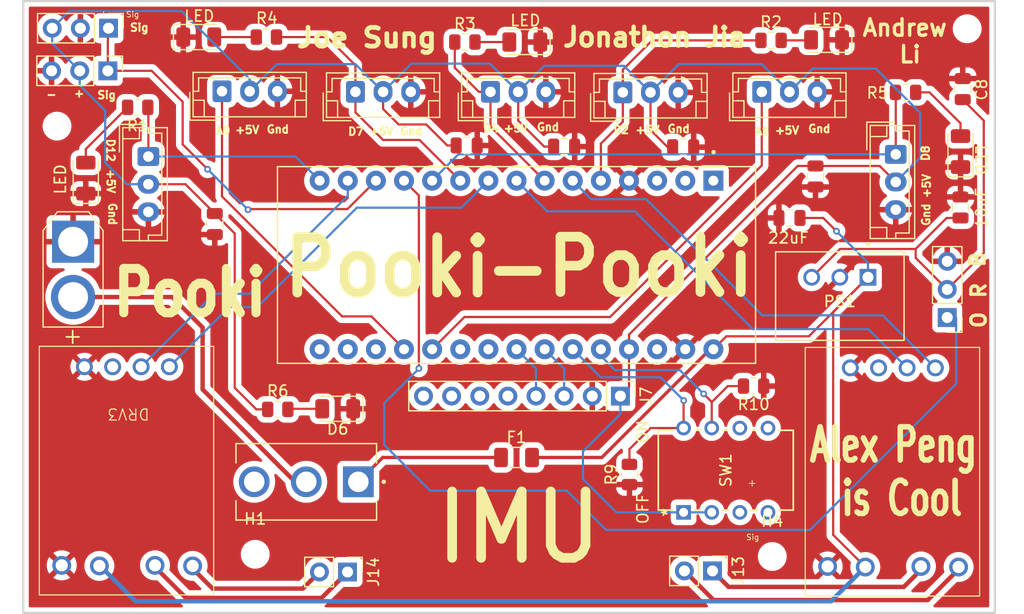
<source format=kicad_pcb>
(kicad_pcb (version 20240108) (generator "pcbnew") (generator_version "8.0")
  (layers (0 "F.Cu" signal) (31 "B.Cu" signal) (34 "B.Paste" user) (35 "F.Paste" user) (36 "B.SilkS" user "B.Silkscreen") (37 "F.SilkS" user "F.Silkscreen") (38 "B.Mask" user) (39 "F.Mask" user) (44 "Edge.Cuts" user))
  (net 0 "")
  (net 1 "GND")
  (net 2 "+5V")
  (net 3 "5v")
  (net 4 "+12V")
  (net 5 "+3.3V")
  (net 6 "Net-(D1-A)")
  (net 7 "Net-(D2-A)")
  (net 8 "Net-(D3-A)")
  (net 9 "Net-(D4-A)")
  (net 10 "Net-(D5-A)")
  (net 11 "Net-(D6-A)")
  (net 12 "Net-(SW2A-A)")
  (net 13 "S1")
  (net 14 "S3")
  (net 15 "S2")
  (net 16 "S5")
  (net 17 "S4")
  (net 18 "ST")
  (net 21 "SDA")
  (net 24 "Servo")
  (net 25 "Net-(J12-Pin_2)")
  (net 26 "DIP1")
  (net 27 "DIP2")
  (net 29 "SCL")
  (net 31 "MOTOR1B")
  (net 33 "MOTOR2A")
  (net 35 "LN1")
  (net 36 "MOTOR1A")
  (net 38 "LN2")
  (net 42 "MOTOR2B")
  (net 44 "Net-(DRV1-Out2)")
  (net 45 "Net-(DRV1-Out1)")
  (net 46 "Net-(DRV3-Out1)")
  (net 47 "Net-(DRV3-Out2)")
  (footprint "Connector_PinHeader_2.54mm:PinHeader_1x08_P2.54mm_Vertical" (layer "F.Cu") (at 160.78 98.8 -90)
    (property "Reference" "J7")
    (property "Value" "Conn_01x08_Pin" (hide yes))
  )
  (footprint "ZSKIBIDI:drvmotordriver" (layer "F.Cu") (at 185.825 104.075 180)
    (property "Reference" "DRV1" (hide yes))
    (property "Value" "~" (hide yes))
  )
  (footprint "Connector_JST:JST_EH_B3B-EH-A_1x03_P2.50mm_Vertical" (layer "F.Cu") (at 173.55 71.3)
    (property "Reference" "J11" (hide yes))
    (property "Value" "Screw3")
  )
  (footprint "LED_SMD:LED_1206_3216Metric" (layer "F.Cu") (at 112.5 79.1 90)
    (property "Reference" "D1" (hide yes))
    (property "Value" "LED")
  )
  (footprint "Capacitor_SMD:C_0805_2012Metric" (layer "F.Cu") (at 176.05 82.7 180)
    (property "Reference" "C9" (hide yes))
    (property "Value" "22uF")
  )
  (footprint "Connector_PinHeader_2.54mm:PinHeader_1x02_P2.54mm_Vertical" (layer "F.Cu") (at 136.14 114.7 -90)
    (property "Reference" "J14")
    (property "Value" "Screw_Terminal_01x02" (hide yes))
  )
  (footprint "Connector_PinHeader_2.54mm:PinHeader_1x03_P2.54mm_Vertical" (layer "F.Cu") (at 114.49 69.4 -90)
    (property "Reference" "J6" (hide yes))
    (property "Value" "Conn_01x03_Pin" (hide yes))
  )
  (footprint "Connector_PinHeader_2.54mm:PinHeader_1x03_P2.54mm_Vertical" (layer "F.Cu") (at 114.55 65.55 -90)
    (property "Reference" "J10" (hide yes))
    (property "Value" "Conn_01x03_Pin")
  )
  (footprint "LED_SMD:LED_1206_3216Metric" (layer "F.Cu") (at 122.7 66.35)
    (property "Reference" "D4" (hide yes))
    (property "Value" "LED")
  )
  (footprint "Capacitor_SMD:C_0805_2012Metric" (layer "F.Cu") (at 155.7 76.25)
    (property "Reference" "C3" (hide yes))
    (property "Value" "0.1uF")
  )
  (footprint "Connector_JST:JST_EH_B3B-EH-A_1x03_P2.50mm_Vertical" (layer "F.Cu") (at 136.85 71.3)
    (property "Reference" "J2" (hide yes))
    (property "Value" "Screw3")
  )
  (footprint "ZSKIBIDI:drvmotordriver" (layer "F.Cu") (at 116.9 98.5 180)
    (property "Reference" "DRV3")
    (property "Value" "~")
  )
  (footprint "LED_SMD:LED_1206_3216Metric" (layer "F.Cu") (at 191.5 76.7 90)
    (property "Reference" "D5" (hide yes))
    (property "Value" "LED" (hide yes))
  )
  (footprint "Connector_JST:JST_EH_B3B-EH-A_1x03_P2.50mm_Vertical" (layer "F.Cu") (at 185.65 76.95 -90)
    (property "Reference" "J5" (hide yes))
    (property "Value" "Screw3")
  )
  (footprint "Resistor_SMD:R_0805_2012Metric" (layer "F.Cu") (at 117.1875 72.7 180)
    (property "Reference" "R1")
    (property "Value" "180")
  )
  (footprint "MountingHole:MountingHole_2.1mm" (layer "F.Cu") (at 127.8 113.1)
    (property "Reference" "H1")
    (property "Value" "MountingHole")
  )
  (footprint "Connector_AMASS:AMASS_XT30U-F_1x02_P5.0mm_Vertical" (layer "F.Cu") (at 111.35 84.85 -90)
    (property "Reference" "J12" (hide yes))
    (property "Value" "xt30")
  )
  (footprint "ZSKIBIDI:DIP8_210-4_CTS[1]" (layer "F.Cu") (at 166.49 109.31 90)
    (property "Reference" "SW1")
    (property "Value" "SW_DIP_x04")
  )
  (footprint "Connector_JST:JST_EH_B3B-EH-A_1x03_P2.50mm_Vertical" (layer "F.Cu") (at 124.8 71.25)
    (property "Reference" "J9" (hide yes))
    (property "Value" "Screw3")
  )
  (footprint "Connector_PinHeader_2.54mm:PinHeader_1x02_P2.54mm_Vertical" (layer "F.Cu") (at 169.1 114.6 -90)
    (property "Reference" "J13")
    (property "Value" "Screw_Terminal_01x02" (hide yes))
  )
  (footprint "Resistor_SMD:R_0805_2012Metric" (layer "F.Cu") (at 186.5375 71.35)
    (property "Reference" "R5")
    (property "Value" "180")
  )
  (footprint "LED_SMD:LED_1206_3216Metric" (layer "F.Cu") (at 179.4 66.6 180)
    (property "Reference" "D2" (hide yes))
    (property "Value" "LED" (hide yes))
  )
  (footprint "Connector_JST:JST_EH_B3B-EH-A_1x03_P2.50mm_Vertical" (layer "F.Cu") (at 118.15 77.15 -90)
    (property "Reference" "J4" (hide yes))
    (property "Value" "Screw3" (hide yes))
  )
  (footprint "MountingHole:MountingHole_2.1mm" (layer "F.Cu") (at 109.9 74.4)
    (property "Reference" "H2" (hide yes))
    (property "Value" "MountingHole")
  )
  (footprint "Capacitor_SMD:C_0805_2012Metric" (layer "F.Cu") (at 178.4 78.95 -90)
    (property "Reference" "C7" (hide yes))
    (property "Value" "0.1uF")
  )
  (footprint "ZSKIBIDI:switch" (layer "F.Cu") (at 132.4125 106.55 180)
    (property "Reference" "SW2" (hide yes))
    (property "Value" "SW_DPDT_x2" (hide yes))
  )
  (footprint "Capacitor_SMD:C_0805_2012Metric" (layer "F.Cu") (at 146.9 76.15)
    (property "Reference" "C2" (hide yes))
    (property "Value" "0.1uF")
  )
  (footprint "LED_SMD:LED_1206_3216Metric" (layer "F.Cu") (at 152.15 66.8 180)
    (property "Reference" "D3" (hide yes))
    (property "Value" "LED" (hide yes))
  )
  (footprint "Fuse:Fuse_1206_3216Metric" (layer "F.Cu") (at 151.4 104.35)
    (property "Reference" "F1")
    (property "Value" "Fuse")
  )
  (footprint "Capacitor_SMD:C_0805_2012Metric" (layer "F.Cu") (at 191.5 81.75 90)
    (property "Reference" "C10" (hide yes))
    (property "Value" "10uF")
  )
  (footprint "Connector_JST:JST_EH_B3B-EH-A_1x03_P2.50mm_Vertical" (layer "F.Cu") (at 149.05 71.3)
    (property "Reference" "J3" (hide yes))
    (property "Value" "Screw3")
  )
  (footprint "Resistor_SMD:R_0805_2012Metric" (layer "F.Cu") (at 174.3875 66.65)
    (property "Reference" "R2")
    (property "Value" "180")
  )
  (footprint "Resistor_SMD:R_0805_2012Metric" (layer "F.Cu") (at 146.7375 66.8)
    (property "Reference" "R3")
    (property "Value" "180")
  )
  (footprint "LED_SMD:LED_1206_3216Metric" (layer "F.Cu") (at 135.25 99.95 180)
    (property "Reference" "D6")
    (property "Value" "LED")
  )
  (footprint "ZSKIBIDI:SHIELD_ARDUINO_NANO[1]" (layer "F.Cu") (at 151.4 86.95 -90)
    (property "Reference" "TB1" (hide yes))
    (property "Value" "ARDUINO_NANO" (hide yes))
  )
  (footprint "Resistor_SMD:R_0805_2012Metric" (layer "F.Cu") (at 129.8375 100)
    (property "Reference" "R6")
    (property "Value" "180")
  )
  (footprint "Connector_JST:JST_EH_B3B-EH-A_1x03_P2.50mm_Vertical" (layer "F.Cu") (at 161 71.35)
    (property "Reference" "J1" (hide yes))
    (property "Value" "Screw3")
  )
  (footprint "MountingHole:MountingHole_2.1mm" (layer "F.Cu") (at 192.1 65.6)
    (property "Reference" "H3" (hide yes))
    (property "Value" "MountingHole")
  )
  (footprint "Connector_PinHeader_2.54mm:PinHeader_1x03_P2.54mm_Vertical" (layer "F.Cu") (at 190.3 91.7 180)
    (property "Reference" "J8" (hide yes))
    (property "Value" "Conn_01x03_Pin" (hide yes))
  )
  (footprint "Capacitor_SMD:C_0805_2012Metric" (layer "F.Cu") (at 166.45 76.3)
    (property "Reference" "C4" (hide yes))
    (property "Value" "0.1uF")
  )
  (footprint "Resistor_SMD:R_0805_2012Metric" (layer "F.Cu") (at 161.6 105.8875 90)
    (property "Reference" "R9")
    (property "Value" "1k")
  )
  (footprint "Capacitor_SMD:C_0805_2012Metric" (layer "F.Cu") (at 191.7 71.05 90)
    (property "Reference" "C8")
    (property "Value" "0.1uF")
  )
  (footprint "Resistor_SMD:R_0805_2012Metric" (layer "F.Cu") (at 128.8125 66.35 180)
    (property "Reference" "R4" (hide yes))
    (property "Value" "180" (hide yes))
  )
  (footprint "ZSKIBIDI:5vCOnv" (layer "F.Cu") (at 180.6 88.0625 180)
    (property "Reference" "PS1")
    (property "Value" "P78E05-1000")
  )
  (footprint "MountingHole:MountingHole_2.1mm" (layer "F.Cu") (at 174.5 113.3)
    (property "Reference" "H4")
    (property "Value" "MountingHole")
  )
  (footprint "Capacitor_SMD:C_0805_2012Metric" (layer "F.Cu") (at 124.15 83.25 -90)
    (property "Reference" "C6" (hide yes))
    (property "Value" "0.1uF")
  )
  (footprint "Resistor_SMD:R_0805_2012Metric" (layer "F.Cu") (at 172.8125 97.9 180)
    (property "Reference" "R10")
    (property "Value" "1k")
  )
  (gr_rect (start 106.85 63.1) (end 194.6 118.4) (stroke (width 0.2)) (fill none) (layer "Edge.Cuts"))
  (gr_text "R4" (at 128.85 64.65 0) (layer "F.SilkS") (effects (font (size 1 1))))
  (gr_text "D2" (at 160.05 75.15 0) (layer "F.SilkS") (effects (font (size 0.7 0.7) (thickness 0.175) (bold yes)) (justify left bottom)))
  (gr_text "-Pooki " (at 148.15 90.05 0) (layer "F.SilkS") (effects (font (size 5 4.5) (thickness 0.875) (bold yes)) (justify left bottom)))
  (gr_text "LED" (at 179.5 64.75 0) (layer "F.SilkS") (effects (font (size 1 1))))
  (gr_text "LED" (at 152.2 64.85 0) (layer "F.SilkS") (effects (font (size 1 1))))
  (gr_text "R" (at 193.9 90.1 90) (layer "F.SilkS") (effects (font (size 1.3 1.3) (thickness 0.3) (bold yes)) (justify left bottom)))
  (gr_text "+5V" (at 174.65 75.2 0) (layer "F.SilkS") (effects (font (size 0.7 0.7) (thickness 0.175) (bold yes)) (justify left bottom)))
  (gr_text "B" (at 193.8 87.3 90) (layer "F.SilkS") (effects (font (size 1.3 1.3) (thickness 0.3) (bold yes)) (justify left bottom)))
  (gr_text "-" (at 172.4 109.4 0) (layer "F.SilkS") (effects (font (size 0.5 0.5) (thickness 0.1) (bold yes)) (justify left bottom)))
  (gr_text "Jonathon Jia\n" (at 155.4 67.35 0) (layer "F.SilkS") (effects (font (size 1.7 1.7) (thickness 0.4) (bold yes)) (justify left bottom)))
  (gr_text "+" (at 172.2 107.05 0) (layer "F.SilkS") (effects (font (size 0.7 0.7) (thickness 0.075) (bold yes)) (justify left bottom)))
  (gr_text "Gnd" (at 164.95 75.05 0) (layer "F.SilkS") (effects (font (size 0.7 0.7) (thickness 0.175) (bold yes)) (justify left bottom)))
  (gr_text "Gnd" (at 114.5 81.25 -90) (layer "F.SilkS") (effects (font (size 0.7 0.7) (thickness 0.175) (bold yes)) (justify left bottom)))
  (gr_text "IMU" (at 143.7 114.2 0) (layer "F.SilkS") (effects (font (size 6 5.5) (thickness 0.875) (bold yes)) (justify left bottom)))
  (gr_text "Gnd" (at 140.8 75.25 0) (layer "F.SilkS") (effects (font (size 0.7 0.7) (thickness 0.175) (bold yes)) (justify left bottom)))
  (gr_text "Pooki " (at 114.6 91.8 0) (layer "F.SilkS") (effects (font (size 4 3.3) (thickness 0.825) (bold yes)) (justify left bottom)))
  (gr_text "D8" (at 188.75 77.65 90) (layer "F.SilkS") (effects (font (size 0.7 0.7) (thickness 0.175) (bold yes)) (justify left bottom)))
  (gr_text "Gnd" (at 177.65 75.05 0) (layer "F.SilkS") (effects (font (size 0.7 0.7) (thickness 0.175) (bold yes)) (justify left bottom)))
  (gr_text "Joe Sung" (at 131.35 67.4 0) (layer "F.SilkS") (effects (font (size 1.7 1.8) (thickness 0.425) (bold yes)) (justify left bottom)))
  (gr_text "D12\n\n" (at 113.2 75.45 270) (layer "F.SilkS") (effects (font (size 0.7 0.7) (thickness 0.175) (bold yes)) (justify left bottom)))
  (gr_text "Sig" (at 172.1 111.85 0) (layer "F.SilkS") (effects (font (size 0.5 0.5) (thickness 0.075) (bold yes)) (justify left bottom)))
  (gr_text "-" (at 108.85 71.95 0) (layer "F.SilkS") (effects (font (size 0.7 0.7) (thickness 0.175) (bold yes)) (justify left bottom)))
  (gr_text "+5V" (at 150.15 75 0) (layer "F.SilkS") (effects (font (size 0.7 0.7) (thickness 0.175) (bold yes)) (justify left bottom)))
  (gr_text "Sig" (at 116.1 64.6 0) (layer "F.SilkS") (effects (font (size 0.5 0.5) (thickness 0.075) (bold yes)) (justify left bottom)))
  (gr_text "Gnd" (at 128.75 75.1 0) (layer "F.SilkS") (effects (font (size 0.7 0.7) (thickness 0.175) (bold yes)) (justify left bottom)))
  (gr_text "Sig" (at 116.4 65.9 0) (layer "F.SilkS") (effects (font (size 0.7 0.7) (thickness 0.175) (bold yes)) (justify left bottom)))
  (gr_text "+" (at 111.35 71.85 0) (layer "F.SilkS") (effects (font (size 0.7 0.7) (thickness 0.175) (bold yes)) (justify left bottom)))
  (gr_text "Gnd" (at 153.15 74.9 0) (layer "F.SilkS") (effects (font (size 0.7 0.7) (thickness 0.175) (bold yes)) (justify left bottom)))
  (gr_text "Gnd" (at 188.8 83.5 90) (layer "F.SilkS") (effects (font (size 0.7 0.7) (thickness 0.175) (bold yes)) (justify left bottom)))
  (gr_text "+5V" (at 188.85 81 90) (layer "F.SilkS") (effects (font (size 0.7 0.7) (thickness 0.175) (bold yes)) (justify left bottom)))
  (gr_text "+" (at 113.75 64.5 0) (layer "F.SilkS") (effects (font (size 0.5 0.5) (thickness 0.075) (bold yes)) (justify left bottom)))
  (gr_text "D4\n" (at 148.3 75 0) (layer "F.SilkS") (effects (font (size 0.7 0.7) (thickness 0.175) (bold yes)) (justify left bottom)))
  (gr_text "LED" (at 193.35 77.45 -90) (layer "F.SilkS") (effects (font (size 1 1))))
  (gr_text "+5V" (at 125.9 75.15 0) (layer "F.SilkS") (effects (font (size 0.7 0.7) (thickness 0.175) (bold yes)) (justify left bottom)))
  (gr_text "+5V" (at 138 75.3 0) (layer "F.SilkS") (effects (font (size 0.7 0.7) (thickness 0.175) (bold yes)) (justify left bottom)))
  (gr_text "Pooki " (at 129.95 90.1 0) (layer "F.SilkS") (effects (font (size 5 4.5) (thickness 0.875) (bold yes)) (justify left bottom)))
  (gr_text "D7\n" (at 136.1 75.3 0) (layer "F.SilkS") (effects (font (size 0.7 0.7) (thickness 0.175) (bold yes)) (justify left bottom)))
  (gr_text "-" (at 111.2 64.55 0) (layer "F.SilkS") (effects (font (size 0.6 0.6) (thickness 0.075) (bold yes)) (justify left bottom)))
  (gr_text "Alex Peng \nis Cool" (at 186.2 109.8 0) (layer "F.SilkS") (effects (font (size 3 2) (thickness 0.5) (bold yes)) (justify bottom)))
  (gr_text "A0" (at 124.15 75.2 0) (layer "F.SilkS") (effects (font (size 0.7 0.7) (thickness 0.175) (bold yes)) (justify left bottom)))
  (gr_text "+5V" (at 114.35 78.2 -90) (layer "F.SilkS") (effects (font (size 0.7 0.7) (thickness 0.175) (bold yes)) (justify left bottom)))
  (gr_text "LED" (at 110.2 79.2 90) (layer "F.SilkS") (effects (font (size 1 1))))
  (gr_text "Sig" (at 113.45 72 0) (layer "F.SilkS") (effects (font (size 0.7 0.7) (thickness 0.175) (bold yes)) (justify left bottom)))
  (gr_text "+5V" (at 162.05 75.15 0) (layer "F.SilkS") (effects (font (size 0.7 0.7) (thickness 0.175) (bold yes)) (justify left bottom)))
  (gr_text "Andrew \n   Li" (at 182.5 68.8 0) (layer "F.SilkS") (effects (font (size 1.5 1.45) (thickness 0.3) (bold yes)) (justify left bottom)))
  (gr_text "O" (at 193.9 92.8 90) (layer "F.SilkS") (effects (font (size 1.3 1.3) (thickness 0.3) (bold yes)) (justify left bottom)))
  (gr_text "A1" (at 172.85 75.25 0) (layer "F.SilkS") (effects (font (size 0.7 0.7) (thickness 0.175) (bold yes)) (justify left bottom)))
  (segment (start 145.15 76.15) (end 145.95 76.15) (width 0.2) (layer "F.Cu") (net 2))
  (segment (start 151.55 73.9) (end 153.9 76.25) (width 0.2) (layer "F.Cu") (net 2))
  (segment (start 143.25 74.25) (end 145.15 76.15) (width 0.2) (layer "F.Cu") (net 2))
  (segment (start 161.56 94.57) (end 161.56 98.02) (width 0.2) (layer "F.Cu") (net 2))
  (segment (start 126.9 71.65) (end 127.3 71.25) (width 0.2) (layer "F.Cu") (net 2))
  (segment (start 163.5 71.35) (end 163.5 74.75) (width 0.2) (layer "F.Cu") (net 2))
  (segment (start 178.4 78) (end 184.2 78) (width 0.2) (layer "F.Cu") (net 2))
  (segment (start 163.5 74.75) (end 165.05 76.3) (width 0.2) (layer "F.Cu") (net 2))
  (segment (start 165.05 76.3) (end 165.5 76.3) (width 0.2) (layer "F.Cu") (net 2))
  (segment (start 125.95 84.1) (end 125.95 98.05) (width 0.2) (layer "F.Cu") (net 2))
  (segment (start 124.15 82.3) (end 125.95 84.1) (width 0.2) (layer "F.Cu") (net 2))
  (segment (start 165.1 76) (end 165.45 76) (width 0.2) (layer "F.Cu") (net 2))
  (segment (start 140.75 74.25) (end 143.25 74.25) (width 0.2) (layer "F.Cu") (net 2))
  (segment (start 118.15 79.65) (end 117.15 79.65) (width 0.2) (layer "F.Cu") (net 2))
  (segment (start 118.15 79.65) (end 121.5 79.65) (width 0.2) (layer "F.Cu") (net 2))
  (segment (start 161.56 93.24) (end 176.8 78) (width 0.2) (layer "F.Cu") (net 2))
  (segment (start 121.5 79.65) (end 124.15 82.3) (width 0.2) (layer "F.Cu") (net 2))
  (segment (start 139.35 71.3) (end 139.35 72.85) (width 0.2) (layer "F.Cu") (net 2))
  (segment (start 184.2 78) (end 185.65 79.45) (width 0.2) (layer "F.Cu") (net 2))
  (segment (start 125.95 98.05) (end 127.9 100) (width 0.2) (layer "F.Cu") (net 2))
  (segment (start 127.9 100) (end 128.925 100) (width 0.2) (layer "F.Cu") (net 2))
  (segment (start 153.9 76.25) (end 154.75 76.25) (width 0.2) (layer "F.Cu") (net 2))
  (segment (start 176.8 78) (end 178.4 78) (width 0.2) (layer "F.Cu") (net 2))
  (segment (start 139.35 72.85) (end 140.75 74.25) (width 0.2) (layer "F.Cu") (net 2))
  (segment (start 151.55 71.3) (end 151.55 73.9) (width 0.2) (layer "F.Cu") (net 2))
  (segment (start 161.56 98.02) (end 160.78 98.8) (width 0.2) (layer "F.Cu") (net 2))
  (segment (start 161.56 94.57) (end 161.56 93.24) (width 0.2) (layer "F.Cu") (net 2))
  (segment (start 161.56 98.77) (end 160.78 99.55) (width 0.2) (layer "F.Cu") (net 2))
  (segment (start 161.1 68.95) (end 163.5 71.35) (width 0.2) (layer "B.Cu") (net 2))
  (segment (start 157.4 106.3) (end 157.4 103.8) (width 0.2) (layer "B.Cu") (net 2))
  (segment (start 166.49 109.31) (end 169.03 109.31) (width 0.2) (layer "B.Cu") (net 2))
  (segment (start 157.4 103.8) (end 160.78 100.42) (width 0.2) (layer "B.Cu") (net 2))
  (segment (start 109.47 66.92) (end 111.95 69.4) (width 0.2) (layer "B.Cu") (net 2))
  (segment (start 187.85 77.25) (end 185.65 79.45) (width 0.2) (layer "B.Cu") (net 2))
  (segment (start 183.85 69.2) (end 187.85 73.2) (width 0.2) (layer "B.Cu") (net 2))
  (segment (start 114.25 73.9) (end 114.25 73) (width 0.2) (layer "B.Cu") (net 2))
  (segment (start 114.25 73.9) (end 114.25 77.7) (width 0.2) (layer "B.Cu") (net 2))
  (segment (start 160.7 99.55) (end 160.78 99.55) (width 0.2) (layer "B.Cu") (net 2))
  (segment (start 160.41 109.31) (end 157.4 106.3) (width 0.2) (layer "B.Cu") (net 2))
  (segment (start 187.85 73.2) (end 187.85 77.25) (width 0.2) (layer "B.Cu") (net 2))
  (segment (start 129.75 68.8) (end 127.3 71.25) (width 0.2) (layer "B.Cu") (net 2))
  (segment (start 139.35 71.3) (end 136.85 68.8) (width 0.2) (layer "B.Cu") (net 2))
  (segment (start 160.78 100.42) (end 160.78 98.8) (width 0.2) (layer "B.Cu") (net 2))
  (segment (start 163.5 71.35) (end 166.05 68.8) (width 0.2) (layer "B.Cu") (net 2))
  (segment (start 114.25 77.7) (end 116.2 79.65) (width 0.2) (layer "B.Cu") (net 2))
  (segment (start 166.49 109.31) (end 160.41 109.31) (width 0.2) (layer "B.Cu") (net 2))
  (segment (start 166.05 68.8) (end 173.55 68.8) (width 0.2) (layer "B.Cu") (net 2))
  (segment (start 141.9 68.75) (end 149 68.75) (width 0.2) (layer "B.Cu") (net 2))
  (segment (start 178.15 69.2) (end 183.85 69.2) (width 0.2) (layer "B.Cu") (net 2))
  (segment (start 116.2 79.65) (end 118.15 79.65) (width 0.2) (layer "B.Cu") (net 2))
  (segment (start 127.3 71.25) (end 127.3 70.15) (width 0.2) (layer "B.Cu") (net 2))
  (segment (start 109.47 65.55) (end 109.47 66.92) (width 0.2) (layer "B.Cu") (net 2))
  (segment (start 111.95 70.7) (end 111.95 69.4) (width 0.2) (layer "B.Cu") (net 2))
  (segment (start 149 68.75) (end 151.55 71.3) (width 0.2) (layer "B.Cu") (net 2))
  (segment (start 114.25 73) (end 111.95 70.7) (width 0.2) (layer "B.Cu") (net 2))
  (segment (start 151.55 71.3) (end 153.9 68.95) (width 0.2) (layer "B.Cu") (net 2))
  (segment (start 114.25 72.95) (end 114.25 73.9) (width 0.2) (layer "B.Cu") (net 2))
  (segment (start 153.9 68.95) (end 161.1 68.95) (width 0.2) (layer "B.Cu") (net 2))
  (segment (start 136.85 68.8) (end 129.75 68.8) (width 0.2) (layer "B.Cu") (net 2))
  (segment (start 111.02 64) (end 109.47 65.55) (width 0.2) (layer "B.Cu") (net 2))
  (segment (start 139.35 71.3) (end 141.9 68.75) (width 0.2) (layer "B.Cu") (net 2))
  (segment (start 176.05 71.3) (end 178.15 69.2) (width 0.2) (layer "B.Cu") (net 2))
  (segment (start 127.3 70.15) (end 121.15 64) (width 0.2) (layer "B.Cu") (net 2))
  (segment (start 173.55 68.8) (end 176.05 71.3) (width 0.2) (layer "B.Cu") (net 2))
  (segment (start 109.45 65.55) (end 109.726346 65.55) (width 0.2) (layer "B.Cu") (net 2))
  (segment (start 121.15 64) (end 111.02 64) (width 0.2) (layer "B.Cu") (net 2))
  (segment (start 187.45 86.31) (end 190.3 89.16) (width 0.2) (layer "F.Cu") (net 3))
  (segment (start 187.7 85.25) (end 190.25 82.7) (width 0.2) (layer "F.Cu") (net 3))
  (segment (start 193.6 74.2) (end 193.6 73.9) (width 0.2) (layer "F.Cu") (net 3))
  (segment (start 180.6225 85.5) (end 178.06 88.0625) (width 0.2) (layer "F.Cu") (net 3))
  (segment (start 193.6 85.86) (end 190.3 89.16) (width 0.2) (layer "F.Cu") (net 3))
  (segment (start 187.45 85.5) (end 187.45 86.31) (width 0.2) (layer "F.Cu") (net 3))
  (segment (start 187.45 85.5) (end 187.7 85.25) (width 0.2) (layer "F.Cu") (net 3))
  (segment (start 193.6 74.2) (end 193.6 85.86) (width 0.2) (layer "F.Cu") (net 3))
  (segment (start 190.25 82.7) (end 191.5 82.7) (width 0.2) (layer "F.Cu") (net 3))
  (segment (start 193.6 73.9) (end 191.7 72) (width 0.2) (layer "F.Cu") (net 3))
  (segment (start 187.45 85.5) (end 180.6225 85.5) (width 0.2) (layer "F.Cu") (net 3))
  (segment (start 180 91.2025) (end 180 109.35) (width 0.2) (layer "F.Cu") (net 4))
  (segment (start 180 109.35) (end 180 111.35) (width 0.2) (layer "F.Cu") (net 4))
  (segment (start 183.14 88.0625) (end 180 91.2025) (width 0.2) (layer "F.Cu") (net 4))
  (segment (start 168.88 94.57) (end 169.18 94.57) (width 0.2) (layer "F.Cu") (net 4))
  (segment (start 180.3 83.9) (end 179.1 82.7) (width 0.2) (layer "F.Cu") (net 4))
  (segment (start 179.1 82.7) (end 177 82.7) (width 0.2) (layer "F.Cu") (net 4))
  (segment (start 169.18 94.57) (end 170.35 93.4) (width 0.2) (layer "F.Cu") (net 4))
  (segment (start 159.1 104.35) (end 152.8 104.35) (width 0.3) (layer "F.Cu") (net 4))
  (segment (start 159.1 104.35) (end 168.88 94.57) (width 0.3) (layer "F.Cu") (net 4))
  (segment (start 170.35 93.4) (end 177.8025 93.4) (width 0.2) (layer "F.Cu") (net 4))
  (segment (start 177.8025 93.4) (end 183.14 88.0625) (width 0.2) (layer "F.Cu") (net 4))
  (segment (start 180 111.35) (end 182.9 114.25) (width 0.2) (layer "F.Cu") (net 4))
  (via (at 180.3 83.9) (size 0.6) (drill 0.3) (layers "F.Cu" "B.Cu") (net 4))
  (segment (start 180.3 83.9) (end 183.14 86.74) (width 0.2) (layer "B.Cu") (net 4))
  (segment (start 117 117.35) (end 179.25 117.35) (width 0.4) (layer "B.Cu") (net 4))
  (segment (start 179.8 117.35) (end 182.9 114.25) (width 0.4) (layer "B.Cu") (net 4))
  (segment (start 179.25 117.35) (end 179.8 117.35) (width 0.4) (layer "B.Cu") (net 4))
  (segment (start 113.8 114.15) (end 117 117.35) (width 0.4) (layer "B.Cu") (net 4))
  (segment (start 183.14 86.74) (end 183.14 88.0625) (width 0.2) (layer "B.Cu") (net 4))
  (segment (start 112.5 76.475) (end 112.5 77.7) (width 0.2) (layer "F.Cu") (net 6))
  (segment (start 116.275 72.7) (end 112.5 76.475) (width 0.2) (layer "F.Cu") (net 6))
  (segment (start 177.95 66.65) (end 178 66.6) (width 0.2) (layer "F.Cu") (net 7))
  (segment (start 175.3 66.65) (end 177.95 66.65) (width 0.2) (layer "F.Cu") (net 7))
  (segment (start 147.65 66.8) (end 150.75 66.8) (width 0.2) (layer "F.Cu") (net 8))
  (segment (start 127.9 66.35) (end 124.1 66.35) (width 0.2) (layer "F.Cu") (net 9))
  (segment (start 187.45 71.35) (end 188.7 71.35) (width 0.2) (layer "F.Cu") (net 10))
  (segment (start 188.7 71.35) (end 191.5 74.15) (width 0.2) (layer "F.Cu") (net 10))
  (segment (start 191.5 74.15) (end 191.5 75.3) (width 0.2) (layer "F.Cu") (net 10))
  (segment (start 133.85 99.95) (end 130.8 99.95) (width 0.2) (layer "F.Cu") (net 11))
  (segment (start 139.3125 104.35) (end 150 104.35) (width 0.3) (layer "F.Cu") (net 12))
  (segment (start 137.1125 106.55) (end 139.3125 104.35) (width 0.3) (layer "F.Cu") (net 12))
  (segment (start 161 71.35) (end 161 69.3) (width 0.2) (layer "F.Cu") (net 13))
  (segment (start 163.65 66.65) (end 173.475 66.65) (width 0.2) (layer "F.Cu") (net 13))
  (segment (start 159.02 75.98) (end 159.02 79.33) (width 0.2) (layer "F.Cu") (net 13))
  (segment (start 161 74) (end 159.02 75.98) (width 0.2) (layer "F.Cu") (net 13))
  (segment (start 161 71.35) (end 161 74) (width 0.2) (layer "F.Cu") (net 13))
  (segment (start 161 69.3) (end 163.65 66.65) (width 0.2) (layer "F.Cu") (net 13))
  (segment (start 136.85 71.3) (end 136.85 73.15) (width 0.2) (layer "F.Cu") (net 14))
  (segment (start 134.3 66.35) (end 136.85 68.9) (width 0.2) (layer "F.Cu") (net 14))
  (segment (start 136.85 73.15) (end 139.35 75.65) (width 0.2) (layer "F.Cu") (net 14))
  (segment (start 142.64 75.65) (end 146.32 79.33) (width 0.2) (layer "F.Cu") (net 14))
  (segment (start 136.85 68.9) (end 136.85 71.3) (width 0.2) (layer "F.Cu") (net 14))
  (segment (start 129.725 66.35) (end 134.3 66.35) (width 0.2) (layer "F.Cu") (net 14))
  (segment (start 139.35 75.65) (end 142.64 75.65) (width 0.2) (layer "F.Cu") (net 14))
  (segment (start 148 71.3) (end 149.05 71.3) (width 0.2) (layer "F.Cu") (net 15))
  (segment (start 145.825 66.8) (end 145.825 69.125) (width 0.2) (layer "F.Cu") (net 15))
  (segment (start 149.05 71.3) (end 149.05 74.44) (width 0.2) (layer "F.Cu") (net 15))
  (segment (start 145.825 69.125) (end 148 71.3) (width 0.2) (layer "F.Cu") (net 15))
  (segment (start 149.05 74.44) (end 153.94 79.33) (width 0.2) (layer "F.Cu") (net 15))
  (segment (start 118.15 72.75) (end 118.1 72.7) (width 0.2) (layer "F.Cu") (net 16))
  (segment (start 118.1 77.1) (end 118.15 77.15) (width 0.2) (layer "F.Cu") (net 16))
  (segment (start 118.15 77.15) (end 118.15 72.75) (width 0.2) (layer "F.Cu") (net 16))
  (segment (start 131.44 77.15) (end 133.62 79.33) (width 0.2) (layer "B.Cu") (net 16))
  (segment (start 118.15 77.15) (end 131.44 77.15) (width 0.2) (layer "B.Cu") (net 16))
  (segment (start 185.65 71.375) (end 185.625 71.35) (width 0.2) (layer "F.Cu") (net 17))
  (segment (start 185.65 76.95) (end 185.65 71.375) (width 0.2) (layer "F.Cu") (net 17))
  (segment (start 143.78 79.33) (end 144.98 78.13) (width 0.2) (layer "B.Cu") (net 17))
  (segment (start 144.98 78.12) (end 146.15 76.95) (width 0.2) (layer "B.Cu") (net 17))
  (segment (start 146.15 76.95) (end 185.65 76.95) (width 0.2) (layer "B.Cu") (net 17))
  (segment (start 144.98 78.13) (end 144.98 78.12) (width 0.2) (layer "B.Cu") (net 17))
  (segment (start 136.13 81.9) (end 138.7 79.33) (width 0.2) (layer "F.Cu") (net 18))
  (segment (start 121.25 72.2) (end 118.45 69.4) (width 0.2) (layer "F.Cu") (net 18))
  (segment (start 127.15 81.95) (end 127.2 81.9) (width 0.2) (layer "F.Cu") (net 18))
  (segment (start 114.49 65.61) (end 114.55 65.55) (width 0.2) (layer "F.Cu") (net 18))
  (segment (start 118.45 69.4) (end 114.49 69.4) (width 0.2) (layer "F.Cu") (net 18))
  (segment (start 123.5 78.3) (end 121.25 76.05) (width 0.2) (layer "F.Cu") (net 18))
  (segment (start 114.49 69.4) (end 114.49 65.61) (width 0.2) (layer "F.Cu") (net 18))
  (segment (start 121.25 76.05) (end 121.25 72.2) (width 0.2) (layer "F.Cu") (net 18))
  (segment (start 127.2 81.9) (end 136.13 81.9) (width 0.2) (layer "F.Cu") (net 18))
  (via (at 123.5 78.3) (size 0.6) (drill 0.3) (layers "F.Cu" "B.Cu") (net 18))
  (via (at 127.15 81.95) (size 0.6) (drill 0.3) (layers "F.Cu" "B.Cu") (net 18))
  (segment (start 127.15 81.95) (end 123.5 78.3) (width 0.2) (layer "B.Cu") (net 18))
  (segment (start 153.16 96.33) (end 153.16 98.8) (width 0.2) (layer "B.Cu") (net 21))
  (segment (start 151.4 94.57) (end 153.16 96.33) (width 0.2) (layer "B.Cu") (net 21))
  (segment (start 142.58 96.3) (end 142.58 80.67) (width 0.2) (layer "F.Cu") (net 24))
  (segment (start 142.58 80.67) (end 141.24 79.33) (width 0.2) (layer "F.Cu") (net 24))
  (via (at 142.58 96.3) (size 0.6) (drill 0.3) (layers "F.Cu" "B.Cu") (net 24))
  (segment (start 155.95 107.35) (end 159.5 110.9) (width 0.2) (layer "B.Cu") (net 24))
  (segment (start 143.6 107.35) (end 155.95 107.35) (width 0.2) (layer "B.Cu") (net 24))
  (segment (start 142.58 96.3) (end 142.58 96.32) (width 0.2) (layer "B.Cu") (net 24))
  (segment (start 177.9 110.9) (end 191.1 97.7) (width 0.2) (layer "B.Cu") (net 24))
  (segment (start 191.1 97.7) (end 191.1 91.725) (width 0.2) (layer "B.Cu") (net 24))
  (segment (start 139.45 103.2) (end 143.6 107.35) (width 0.2) (layer "B.Cu") (net 24))
  (segment (start 142.58 96.32) (end 139.45 99.45) (width 0.2) (layer "B.Cu") (net 24))
  (segment (start 139.45 99.45) (end 139.45 103.2) (width 0.2) (layer "B.Cu") (net 24))
  (segment (start 159.5 110.9) (end 177.9 110.9) (width 0.2) (layer "B.Cu") (net 24))
  (segment (start 131.4 106.55) (end 123.05 98.2) (width 0.4) (layer "F.Cu") (net 25))
  (segment (start 132.4125 106.55) (end 131.4 106.55) (width 0.4) (layer "F.Cu") (net 25))
  (segment (start 120.3 89.85) (end 111.35 89.85) (width 0.4) (layer "F.Cu") (net 25))
  (segment (start 123.05 92.6) (end 120.3 89.85) (width 0.4) (layer "F.Cu") (net 25))
  (segment (start 123.05 98.2) (end 123.05 92.6) (width 0.4) (layer "F.Cu") (net 25))
  (segment (start 166.49 101.69) (end 166.49 99.21) (width 0.2) (layer "F.Cu") (net 26))
  (segment (start 161.6 103.6) (end 163.51 101.69) (width 0.2) (layer "F.Cu") (net 26))
  (segment (start 161.6 104.975) (end 161.6 103.6) (width 0.2) (layer "F.Cu") (net 26))
  (segment (start 163.51 101.69) (end 166.49 101.69) (width 0.2) (layer "F.Cu") (net 26))
  (segment (start 166.49 99.21) (end 166.5 99.2) (width 0.2) (layer "F.Cu") (net 26))
  (segment (start 156.3625 94.6875) (end 156.48 94.57) (width 0.2) (layer "F.Cu") (net 26))
  (via (at 166.5 99.2) (size 0.6) (drill 0.3) (layers "F.Cu" "B.Cu") (net 26))
  (segment (start 159.01 97.1) (end 156.48 94.57) (width 0.2) (layer "B.Cu") (net 26))
  (segment (start 166.5 99.2) (end 164.4 97.1) (width 0.2) (layer "B.Cu") (net 26))
  (segment (start 164.4 97.1) (end 159.01 97.1) (width 0.2) (layer "B.Cu") (net 26))
  (segment (start 170.48 97.9) (end 171.9 97.9) (width 0.2) (layer "F.Cu") (net 27))
  (segment (start 169.04 99.34) (end 170.48 97.9) (width 0.2) (layer "F.Cu") (net 27))
  (segment (start 169.04 99.34) (end 169.03 99.35) (width 0.2) (layer "F.Cu") (net 27))
  (segment (start 168.3 98.6) (end 169.04 99.34) (width 0.2) (layer "F.Cu") (net 27))
  (segment (start 169.03 99.35) (end 169.03 101.69) (width 0.2) (layer "F.Cu") (net 27))
  (via (at 168.3 98.6) (size 0.6) (drill 0.3) (layers "F.Cu" "B.Cu") (net 27))
  (segment (start 160.3 96.45) (end 159.02 95.17) (width 0.2) (layer "B.Cu") (net 27))
  (segment (start 166.15 96.45) (end 160.3 96.45) (width 0.2) (layer "B.Cu") (net 27))
  (segment (start 168.3 98.6) (end 166.15 96.45) (width 0.2) (layer "B.Cu") (net 27))
  (segment (start 159.02 95.17) (end 159.02 94.57) (width 0.2) (layer "B.Cu") (net 27))
  (segment (start 155.7 96.33) (end 153.94 94.57) (width 0.2) (layer "B.Cu") (net 29))
  (segment (start 155.7 96.33) (end 155.7 98.8) (width 0.2) (layer "B.Cu") (net 29))
  (segment (start 151.4 79.33) (end 154.17 82.1) (width 0.2) (layer "B.Cu") (net 31))
  (segment (start 154.17 82.1) (end 162.1 82.1) (width 0.2) (layer "B.Cu") (net 31))
  (segment (start 172.75 92.75) (end 183.175 92.75) (width 0.2) (layer "B.Cu") (net 31))
  (segment (start 183.175 92.75) (end 186.675 96.25) (width 0.2) (layer "B.Cu") (net 31))
  (segment (start 162.1 82.1) (end 172.75 92.75) (width 0.2) (layer "B.Cu") (net 31))
  (segment (start 146.42 81.77) (end 148.86 79.33) (width 0.2) (layer "B.Cu") (net 33))
  (segment (start 125.45 90.75) (end 120.05 96.15) (width 0.2) (layer "B.Cu") (net 33))
  (segment (start 136.98 81.77) (end 146.42 81.77) (width 0.2) (layer "B.Cu") (net 33))
  (segment (start 128 90.75) (end 136.98 81.77) (width 0.2) (layer "B.Cu") (net 33))
  (segment (start 125.45 90.75) (end 128 90.75) (width 0.2) (layer "B.Cu") (net 33))
  (segment (start 135.65 91.6) (end 124.8 80.75) (width 0.2) (layer "F.Cu") (net 35))
  (segment (start 138.3 91.6) (end 135.65 91.6) (width 0.2) (layer "F.Cu") (net 35))
  (segment (start 141.24 94.54) (end 138.3 91.6) (width 0.2) (layer "F.Cu") (net 35))
  (segment (start 141.24 94.57) (end 141.24 94.54) (width 0.2) (layer "F.Cu") (net 35))
  (segment (start 124.8 80.75) (end 124.8 71.25) (width 0.2) (layer "F.Cu") (net 35))
  (segment (start 184.475 91.5) (end 189.225 96.25) (width 0.2) (layer "B.Cu") (net 36))
  (segment (start 163.1 81) (end 173.6 91.5) (width 0.2) (layer "B.Cu") (net 36))
  (segment (start 158.15 81) (end 163.1 81) (width 0.2) (layer "B.Cu") (net 36))
  (segment (start 173.6 91.5) (end 184.475 91.5) (width 0.2) (layer "B.Cu") (net 36))
  (segment (start 156.48 79.33) (end 158.15 81) (width 0.2) (layer "B.Cu") (net 36))
  (segment (start 173.55 77.95) (end 159.85 91.65) (width 0.2) (layer "F.Cu") (net 38))
  (segment (start 146.7 91.65) (end 143.78 94.57) (width 0.2) (layer "F.Cu") (net 38))
  (segment (start 173.55 71.3) (end 173.55 77.95) (width 0.2) (layer "F.Cu") (net 38))
  (segment (start 159.85 91.65) (end 146.7 91.65) (width 0.2) (layer "F.Cu") (net 38))
  (segment (start 127.3 89.55) (end 124.1 89.55) (width 0.2) (layer "B.Cu") (net 42))
  (segment (start 136.16 79.33) (end 136.16 80.69) (width 0.2) (layer "B.Cu") (net 42))
  (segment (start 124.1 89.55) (end 117.5 96.15) (width 0.2) (layer "B.Cu") (net 42))
  (segment (start 136.16 80.69) (end 127.3 89.55) (width 0.2) (layer "B.Cu") (net 42))
  (segment (start 170.55 116.05) (end 169.1 114.6) (width 0.4) (layer "F.Cu") (net 44))
  (segment (start 187.7 114.725) (end 186.375 116.05) (width 0.4) (layer "F.Cu") (net 44))
  (segment (start 186.375 116.05) (end 170.55 116.05) (width 0.4) (layer "F.Cu") (net 44))
  (segment (start 188.5375 117.2375) (end 169.1975 117.2375) (width 0.4) (layer "F.Cu") (net 45))
  (segment (start 191 114.775) (end 188.5375 117.2375) (width 0.4) (layer "F.Cu") (net 45))
  (segment (start 169.1975 117.2375) (end 166.56 114.6) (width 0.4) (layer "F.Cu") (net 45))
  (segment (start 123.95 116.2) (end 132.1 116.2) (width 0.4) (layer "F.Cu") (net 46))
  (segment (start 121.9 114.15) (end 123.95 116.2) (width 0.4) (layer "F.Cu") (net 46))
  (segment (start 132.1 116.2) (end 133.6 114.7) (width 0.4) (layer "F.Cu") (net 46))
  (segment (start 121.55 117.05) (end 133.79 117.05) (width 0.4) (layer "F.Cu") (net 47))
  (segment (start 118.6 114.1) (end 121.1 116.6) (width 0.4) (layer "F.Cu") (net 47))
  (segment (start 121.1 116.6) (end 121.55 117.05) (width 0.4) (layer "F.Cu") (net 47))
  (segment (start 133.79 117.05) (end 136.14 114.7) (width 0.4) (layer "F.Cu") (net 47))
  (segment (start 121.1 116.6) (end 121.5 117) (width 0.4) (layer "F.Cu") (net 47))
  (zone (net 1) (net_name "GND") (layer "F.Cu") (connect_pads (clearance 0.5)) (min_thickness 0.25) (fill yes (thermal_gap 0.5) (thermal_bridge_width 0.5))
    (polygon (pts (xy 107 63.45) (xy 194.5 63.2) (xy 194.85 118.4) (xy 106.85 118.4)))
  )
)
</source>
